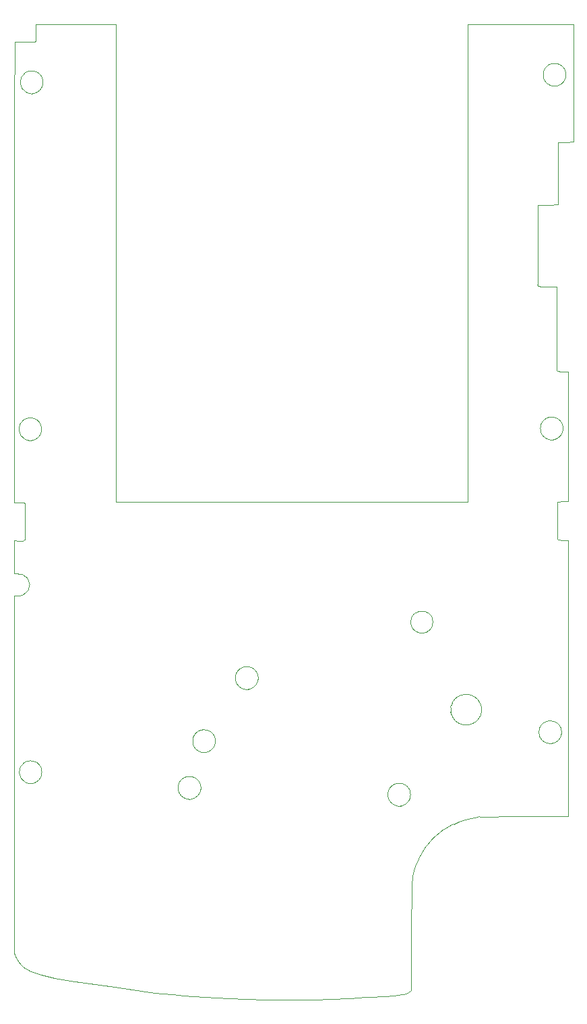
<source format=gbr>
%TF.GenerationSoftware,KiCad,Pcbnew,(5.1.9)-1*%
%TF.CreationDate,2021-03-20T17:22:00+11:00*%
%TF.ProjectId,GBC_motherboard,4742435f-6d6f-4746-9865-72626f617264,rev?*%
%TF.SameCoordinates,Original*%
%TF.FileFunction,Profile,NP*%
%FSLAX46Y46*%
G04 Gerber Fmt 4.6, Leading zero omitted, Abs format (unit mm)*
G04 Created by KiCad (PCBNEW (5.1.9)-1) date 2021-03-20 17:22:00*
%MOMM*%
%LPD*%
G01*
G04 APERTURE LIST*
%TA.AperFunction,Profile*%
%ADD10C,0.050000*%
%TD*%
%TA.AperFunction,Profile*%
%ADD11C,0.000400*%
%TD*%
G04 APERTURE END LIST*
D10*
X122224800Y-39116000D02*
X122224800Y-98552000D01*
X166420800Y-98552000D02*
X166420800Y-39116000D01*
X166420800Y-98552000D02*
X122224800Y-98552000D01*
X122224800Y-39116000D02*
X122224800Y-38653817D01*
X112177028Y-38653817D02*
X122224800Y-38653817D01*
X166420800Y-39116000D02*
X166420800Y-38618375D01*
X179664675Y-38618375D02*
X166420800Y-38618375D01*
D11*
%TO.C,REF\u002A\u002A*%
X157804500Y-136710375D02*
X157589839Y-136705357D01*
X158019160Y-136705357D02*
X157804500Y-136710375D01*
X131446750Y-135860125D02*
X131232089Y-135855107D01*
X131661410Y-135855107D02*
X131446750Y-135860125D01*
X132853179Y-134450500D02*
X132848437Y-134646741D01*
X132848437Y-134254260D02*
X132853179Y-134450500D01*
X111488250Y-133891125D02*
X111273589Y-133886107D01*
X111702910Y-133886107D02*
X111488250Y-133891125D01*
X133281500Y-129997875D02*
X133066839Y-129992857D01*
X133496160Y-129992857D02*
X133281500Y-129997875D01*
X134687929Y-128588250D02*
X134683187Y-128784491D01*
X134683187Y-128392010D02*
X134687929Y-128588250D01*
X176778500Y-128879125D02*
X176563839Y-128874107D01*
X176993160Y-128874107D02*
X176778500Y-128879125D01*
X178187250Y-127469500D02*
X178182518Y-127666817D01*
X178182518Y-127272184D02*
X178187250Y-127469500D01*
X164339993Y-124049601D02*
X164444671Y-123824081D01*
X164270875Y-124650250D02*
X164275519Y-124350514D01*
X164275519Y-124949987D02*
X164270875Y-124650250D01*
X164444671Y-125476420D02*
X164339993Y-125250900D01*
X164524701Y-125624468D02*
X164444671Y-125476420D01*
X164621524Y-125778539D02*
X164524701Y-125624468D01*
X164719812Y-125916383D02*
X164621524Y-125778539D01*
X168050256Y-125250900D02*
X167945578Y-125476420D01*
X168119375Y-124650250D02*
X168114730Y-124949987D01*
X168114730Y-124350514D02*
X168119375Y-124650250D01*
X167945578Y-123824081D02*
X168050256Y-124049601D01*
X167865548Y-123676033D02*
X167945578Y-123824081D01*
X167768725Y-123521962D02*
X167865548Y-123676033D01*
X167670437Y-123384118D02*
X167768725Y-123521962D01*
X138651500Y-122077125D02*
X138436839Y-122072107D01*
X138866160Y-122072107D02*
X138651500Y-122077125D01*
X140057929Y-120667500D02*
X140053187Y-120863741D01*
X140053187Y-120471260D02*
X140057929Y-120667500D01*
X161189537Y-112364530D02*
X161344842Y-112439825D01*
X160745005Y-112275026D02*
X160921098Y-112290728D01*
X160490444Y-112271534D02*
X160745005Y-112275026D01*
X159908428Y-112459690D02*
X160129454Y-112351379D01*
X160135086Y-114939589D02*
X159956787Y-114850709D01*
X160646125Y-115005492D02*
X160402249Y-115000591D01*
X160890000Y-115000591D02*
X160646125Y-115005492D01*
X161335462Y-114850709D02*
X161157163Y-114939589D01*
X111443500Y-90841625D02*
X111228839Y-90836607D01*
X111658160Y-90836607D02*
X111443500Y-90841625D01*
X176957500Y-90752125D02*
X176742839Y-90747107D01*
X177172160Y-90747107D02*
X176957500Y-90752125D01*
X178366250Y-89342500D02*
X178361518Y-89539817D01*
X178361518Y-89145184D02*
X178366250Y-89342500D01*
X111622500Y-47299875D02*
X111407839Y-47294857D01*
X111837160Y-47294857D02*
X111622500Y-47299875D01*
X177315500Y-46360125D02*
X177100839Y-46355107D01*
X177530160Y-46355107D02*
X177315500Y-46360125D01*
X178724250Y-44950500D02*
X178719518Y-45147817D01*
X178719518Y-44753184D02*
X178724250Y-44950500D01*
X179664875Y-46002125D02*
X179664875Y-38618375D01*
X179664875Y-53385875D02*
X179664875Y-46002125D01*
X178763410Y-53397975D02*
X179664875Y-53385875D01*
X178317037Y-53406667D02*
X178763410Y-53397975D01*
X178046266Y-53420284D02*
X178317037Y-53406667D01*
X177868541Y-53438587D02*
X178046266Y-53420284D01*
X177772385Y-54424059D02*
X177787148Y-53538309D01*
X177759935Y-55596104D02*
X177772385Y-54424059D01*
X177752062Y-57395285D02*
X177759935Y-55596104D01*
X177740625Y-61261875D02*
X177752062Y-57395285D01*
X176536062Y-61273808D02*
X177740625Y-61261875D01*
X176002943Y-61281943D02*
X176536062Y-61273808D01*
X175619801Y-61295196D02*
X176002943Y-61281943D01*
X175331221Y-61311599D02*
X175619801Y-61295196D01*
X175205456Y-66408099D02*
X175206608Y-61474124D01*
X175206546Y-71342076D02*
X175205456Y-66408099D01*
X175599665Y-71520886D02*
X175330057Y-71504341D01*
X175956433Y-71534232D02*
X175599665Y-71520886D01*
X176446498Y-71542390D02*
X175956433Y-71534232D01*
X177561625Y-71554375D02*
X176446498Y-71542390D01*
X177572998Y-76808139D02*
X177561625Y-71554375D01*
X177580831Y-79263112D02*
X177572998Y-76808139D01*
X177593184Y-80847510D02*
X177580831Y-79263112D01*
X177607696Y-82051090D02*
X177593184Y-80847510D01*
X177820528Y-82169516D02*
X177683901Y-82150417D01*
X178024439Y-82183674D02*
X177820528Y-82169516D01*
X178338070Y-82192518D02*
X178024439Y-82183674D01*
X178993625Y-82204875D02*
X178338070Y-82192518D01*
X178993625Y-90349375D02*
X178993625Y-82204875D01*
X178993625Y-98493875D02*
X178993625Y-90349375D01*
X178392451Y-98506419D02*
X178993625Y-98493875D01*
X178148781Y-98514789D02*
X178392451Y-98506419D01*
X177944094Y-98529201D02*
X178148781Y-98514789D01*
X177780352Y-98547067D02*
X177944094Y-98529201D01*
X177667315Y-100932770D02*
X177669582Y-98701225D01*
X177669627Y-103164314D02*
X177667315Y-100932770D01*
X177949241Y-103336437D02*
X177781076Y-103318660D01*
X178160560Y-103350765D02*
X177949241Y-103336437D01*
X178414874Y-103359122D02*
X178160560Y-103350765D01*
X179038375Y-103371625D02*
X178414874Y-103359122D01*
X179038375Y-120689875D02*
X179038375Y-103371625D01*
X179038375Y-138008125D02*
X179038375Y-120689875D01*
X173511750Y-138036456D02*
X179038375Y-138008125D01*
X171184395Y-138051257D02*
X173511750Y-138036456D01*
X169376125Y-138069675D02*
X171184395Y-138051257D01*
X167929623Y-138089881D02*
X169376125Y-138069675D01*
X166811386Y-138255542D02*
X167649500Y-138111358D01*
X166042765Y-138446128D02*
X166811386Y-138255542D01*
X165318154Y-138690346D02*
X166042765Y-138446128D01*
X164612349Y-138995445D02*
X165318154Y-138690346D01*
X159921825Y-144118092D02*
X160261959Y-143333375D01*
X159373201Y-146555375D02*
X159483494Y-145707168D01*
X159352450Y-146989576D02*
X159373201Y-146555375D01*
X159339020Y-148638815D02*
X159352450Y-146989576D01*
X159329569Y-150751936D02*
X159339020Y-148638815D01*
X159326461Y-153486326D02*
X159329569Y-150751936D01*
X159326000Y-159880277D02*
X159326461Y-153486326D01*
X159135466Y-160070811D02*
X159326000Y-159880277D01*
X156148750Y-160583279D02*
X157786529Y-160468440D01*
X155475066Y-160625468D02*
X156148750Y-160583279D01*
X154547259Y-160679897D02*
X155475066Y-160625468D01*
X153544431Y-160736495D02*
X154547259Y-160679897D01*
X152613500Y-160786715D02*
X153544431Y-160736495D01*
X151705432Y-160835172D02*
X152613500Y-160786715D01*
X150771757Y-160886427D02*
X151705432Y-160835172D01*
X149939289Y-160933349D02*
X150771757Y-160886427D01*
X149391500Y-160965959D02*
X149939289Y-160933349D01*
X148666573Y-160997655D02*
X149391500Y-160965959D01*
X147637997Y-161017092D02*
X148666573Y-160997655D01*
X146194055Y-161028169D02*
X147637997Y-161017092D01*
X144050227Y-161031561D02*
X146194055Y-161028169D01*
X140830751Y-161018467D02*
X144050227Y-161031561D01*
X138692144Y-160972034D02*
X140830751Y-161018467D01*
X136326804Y-160863224D02*
X138692144Y-160972034D01*
X131939000Y-160605301D02*
X136326804Y-160863224D01*
X130759338Y-160521922D02*
X131939000Y-160605301D01*
X129372397Y-160401585D02*
X130759338Y-160521922D01*
X128053099Y-160271049D02*
X129372397Y-160401585D01*
X127128375Y-160158380D02*
X128053099Y-160271049D01*
X125916352Y-159989348D02*
X127128375Y-160158380D01*
X122066960Y-159449645D02*
X125916352Y-159989348D01*
X118308238Y-158922310D02*
X122066960Y-159449645D01*
X116455500Y-158661592D02*
X118308238Y-158922310D01*
X114484281Y-158332788D02*
X116455500Y-158661592D01*
X112830356Y-157943654D02*
X114484281Y-158332788D01*
X109418736Y-151954461D02*
X109432940Y-154912164D01*
X109409031Y-146925735D02*
X109418736Y-151954461D01*
X109407375Y-132682875D02*
X109409031Y-146925735D01*
X109407375Y-110352625D02*
X109407375Y-132682875D01*
X109899625Y-110327643D02*
X109407375Y-110352625D01*
X110141944Y-110310953D02*
X109899625Y-110327643D01*
X110326311Y-110287521D02*
X110141944Y-110310953D01*
X110161428Y-107603708D02*
X110325498Y-107633147D01*
X109981007Y-107578628D02*
X110161428Y-107603708D01*
X109810125Y-107562321D02*
X109981007Y-107578628D01*
X109407375Y-107533375D02*
X109810125Y-107562321D01*
X109407375Y-105474875D02*
X109407375Y-107533375D01*
X109407375Y-103416375D02*
X109407375Y-105474875D01*
X110023201Y-103432615D02*
X109407375Y-103416375D01*
X110316522Y-103437410D02*
X110023201Y-103432615D01*
X110512824Y-103432420D02*
X110316522Y-103437410D01*
X110646703Y-103419480D02*
X110512824Y-103432420D01*
X110760467Y-102942368D02*
X110745157Y-103314986D01*
X110770112Y-102333327D02*
X110760467Y-102942368D01*
X110772250Y-101044625D02*
X110770112Y-102333327D01*
X110769927Y-99844898D02*
X110772250Y-101044625D01*
X110760536Y-99197455D02*
X110769927Y-99844898D01*
X110746746Y-98769692D02*
X110760536Y-99197455D01*
X110501655Y-98663451D02*
X110665397Y-98681317D01*
X110296968Y-98649039D02*
X110501655Y-98663451D01*
X110053298Y-98640669D02*
X110296968Y-98649039D01*
X109452125Y-98628125D02*
X110053298Y-98640669D01*
X109441964Y-78020750D02*
X109452125Y-98628125D01*
X109440463Y-69524019D02*
X109441964Y-78020750D01*
X109444345Y-61034909D02*
X109440463Y-69524019D01*
X109452375Y-53628781D02*
X109444345Y-61034909D01*
X109464339Y-49134625D02*
X109452375Y-53628781D01*
X109496875Y-40855875D02*
X109464339Y-49134625D01*
X110768519Y-40843978D02*
X109496875Y-40855875D01*
X111333951Y-40835859D02*
X110768519Y-40843978D01*
X111736864Y-40822666D02*
X111333951Y-40835859D01*
X112039738Y-40806361D02*
X111736864Y-40822666D01*
X112147136Y-40528080D02*
X112131350Y-40723775D01*
X112156947Y-40223585D02*
X112147136Y-40528080D01*
X112159500Y-39694354D02*
X112156947Y-40223585D01*
X112161653Y-39294024D02*
X112159500Y-39694354D01*
X112168272Y-38952009D02*
X112161653Y-39294024D01*
X112177228Y-38653817D02*
X112168272Y-38952009D01*
X112131350Y-40723775D02*
G75*
G02*
X112099832Y-40782562I-88102J9392D01*
G01*
X112099832Y-40782562D02*
G75*
G02*
X112039738Y-40806361I-66488J80114D01*
G01*
X110665397Y-98681317D02*
G75*
G02*
X110713361Y-98702086I-11586J-92523D01*
G01*
X110713362Y-98702086D02*
G75*
G02*
X110746746Y-98769692I-59129J-71245D01*
G01*
X110745157Y-103314987D02*
G75*
G02*
X110705639Y-103393574I-109638J5903D01*
G01*
X110705639Y-103393573D02*
G75*
G02*
X110646703Y-103419480I-74757J90076D01*
G01*
X110325498Y-107633147D02*
G75*
G02*
X110440489Y-107662567I-219272J-1096479D01*
G01*
X110440489Y-107662566D02*
G75*
G02*
X111102295Y-108123682I-401514J-1281743D01*
G01*
X111102295Y-108123682D02*
G75*
G02*
X111388021Y-108885039I-1095390J-845376D01*
G01*
X111388021Y-108885039D02*
G75*
G02*
X111196566Y-109674727I-1378450J-83856D01*
G01*
X111196566Y-109674726D02*
G75*
G02*
X110595523Y-110211039I-1149974J683819D01*
G01*
X110595523Y-110211039D02*
G75*
G02*
X110472778Y-110255215I-346547J770285D01*
G01*
X110472778Y-110255215D02*
G75*
G02*
X110326311Y-110287521I-389207J1416393D01*
G01*
X109489334Y-155278687D02*
G75*
G02*
X109432940Y-154912164I1212138J374104D01*
G01*
X109688640Y-155770011D02*
G75*
G02*
X109489335Y-155278687I2749473J1401410D01*
G01*
X109984725Y-156266244D02*
G75*
G02*
X109688641Y-155770011I3572857J2468236D01*
G01*
X110341479Y-156715154D02*
G75*
G02*
X109984725Y-156266245I3168431J2884211D01*
G01*
X110722802Y-157064176D02*
G75*
G02*
X110341479Y-156715154I1719196J2261120D01*
G01*
X111533642Y-157515603D02*
G75*
G02*
X110722802Y-157064176I1172573J3060059D01*
G01*
X112830356Y-157943654D02*
G75*
G02*
X111533642Y-157515603I3893773J13973690D01*
G01*
X158459398Y-160385748D02*
G75*
G02*
X157786529Y-160468440I-1203531J7014288D01*
G01*
X158845882Y-160269195D02*
G75*
G02*
X158459398Y-160385748I-664756J1505240D01*
G01*
X159135466Y-160070810D02*
G75*
G02*
X158845882Y-160269195I-675527J675526D01*
G01*
X159483494Y-145707168D02*
G75*
G02*
X159664295Y-144902032I8426843J-1469457D01*
G01*
X159664295Y-144902032D02*
G75*
G02*
X159921825Y-144118092I8245409J-2274416D01*
G01*
X160261959Y-143333376D02*
G75*
G02*
X161070221Y-141957453I9119279J-4431599D01*
G01*
X161070222Y-141957453D02*
G75*
G02*
X162057040Y-140781971I7119890J-4975199D01*
G01*
X162057040Y-140781971D02*
G75*
G02*
X163235041Y-139798841I6129263J-6146862D01*
G01*
X163235041Y-139798841D02*
G75*
G02*
X164612349Y-138995445I5767956J-8306042D01*
G01*
X167649499Y-138111358D02*
G75*
G02*
X167929623Y-138089881I314850J-2268994D01*
G01*
X177781075Y-103318661D02*
G75*
G02*
X177732436Y-103297705I11322J93205D01*
G01*
X177732437Y-103297705D02*
G75*
G02*
X177669627Y-103164314I111002J133750D01*
G01*
X177669581Y-98701226D02*
G75*
G02*
X177732388Y-98567836I173805J-354D01*
G01*
X177732388Y-98567836D02*
G75*
G02*
X177780352Y-98547067I59550J-71754D01*
G01*
X177683901Y-82150417D02*
G75*
G02*
X177633443Y-82121031I14936J83658D01*
G01*
X177633443Y-82121031D02*
G75*
G02*
X177607696Y-82051090I85989J71364D01*
G01*
X175330057Y-71504341D02*
G75*
G02*
X175271810Y-71480973I7204J102231D01*
G01*
X175271811Y-71480973D02*
G75*
G02*
X175206546Y-71342076I115341J138978D01*
G01*
X175206608Y-61474124D02*
G75*
G02*
X175271874Y-61335225I180612J-83D01*
G01*
X175271874Y-61335225D02*
G75*
G02*
X175331221Y-61311599I66068J-79607D01*
G01*
X177787148Y-53538310D02*
G75*
G02*
X177812722Y-53469384I111017J-1984D01*
G01*
X177812722Y-53469384D02*
G75*
G02*
X177868541Y-53438587I67156J-55734D01*
G01*
X177966902Y-43674402D02*
G75*
G02*
X178166174Y-43796487I-543303J-1110473D01*
G01*
X178166175Y-43796487D02*
G75*
G02*
X178350987Y-43960142I-922844J-1228330D01*
G01*
X178350987Y-43960142D02*
G75*
G02*
X178509132Y-44153312I-1131958J-1088035D01*
G01*
X178509132Y-44153313D02*
G75*
G02*
X178629042Y-44363273I-1136205J-788114D01*
G01*
X178629041Y-44363273D02*
G75*
G02*
X178675322Y-44483954I-901513J-414940D01*
G01*
X178675323Y-44483953D02*
G75*
G02*
X178704179Y-44606707I-859082J-266717D01*
G01*
X178704178Y-44606707D02*
G75*
G02*
X178719518Y-44753184I-1289760J-209111D01*
G01*
X178719519Y-45147817D02*
G75*
G02*
X178704179Y-45294294I-1305101J62634D01*
G01*
X178704178Y-45294294D02*
G75*
G02*
X178675322Y-45417047I-887937J143963D01*
G01*
X178675323Y-45417047D02*
G75*
G02*
X178629042Y-45537728I-947795J294259D01*
G01*
X178629042Y-45537728D02*
G75*
G02*
X178507329Y-45750459I-1262007J580865D01*
G01*
X178507330Y-45750459D02*
G75*
G02*
X178347432Y-45944149I-1256725J874625D01*
G01*
X178347432Y-45944148D02*
G75*
G02*
X178158175Y-46108932I-1094903J1066440D01*
G01*
X178158175Y-46108932D02*
G75*
G02*
X177949184Y-46235730I-816123J1109519D01*
G01*
X177949184Y-46235731D02*
G75*
G02*
X177798504Y-46301635I-820769J1671358D01*
G01*
X177798504Y-46301635D02*
G75*
G02*
X177673099Y-46337829I-269840J699582D01*
G01*
X177673099Y-46337829D02*
G75*
G02*
X177530160Y-46355107I-188721J961364D01*
G01*
X177100839Y-46355107D02*
G75*
G02*
X176957900Y-46337829I45782J978642D01*
G01*
X176957900Y-46337829D02*
G75*
G02*
X176832495Y-46301635I144435J735776D01*
G01*
X176832495Y-46301634D02*
G75*
G02*
X176681815Y-46235730I670089J1737261D01*
G01*
X176681815Y-46235730D02*
G75*
G02*
X176472416Y-46108659I607752J1237581D01*
G01*
X176472415Y-46108659D02*
G75*
G02*
X176283063Y-45943621I903005J1227183D01*
G01*
X176283063Y-45943621D02*
G75*
G02*
X176123617Y-45749940I1089656J1059521D01*
G01*
X176123618Y-45749940D02*
G75*
G02*
X176003118Y-45537728I1119451J775971D01*
G01*
X176003118Y-45537727D02*
G75*
G02*
X175928274Y-45283422I861627J391748D01*
G01*
X175928273Y-45283423D02*
G75*
G02*
X175903842Y-44951480I2280697J334732D01*
G01*
X175903843Y-44951479D02*
G75*
G02*
X175927451Y-44619809I2302451J2787D01*
G01*
X175927450Y-44619809D02*
G75*
G02*
X176001700Y-44366477I924543J-133429D01*
G01*
X176001701Y-44366477D02*
G75*
G02*
X176161138Y-44095316I1370515J-623385D01*
G01*
X176161138Y-44095316D02*
G75*
G02*
X176371299Y-43867794I1139226J-841474D01*
G01*
X176371299Y-43867795D02*
G75*
G02*
X176624365Y-43692759I916231J-1054228D01*
G01*
X176624365Y-43692759D02*
G75*
G02*
X176910537Y-43576607I672972J-1247440D01*
G01*
X176910537Y-43576607D02*
G75*
G02*
X177156895Y-43535526I307181J-1082902D01*
G01*
X177156895Y-43535526D02*
G75*
G02*
X177444540Y-43541028I106300J-1964371D01*
G01*
X177444540Y-43541028D02*
G75*
G02*
X177729261Y-43588542I-182315J-1969325D01*
G01*
X177729261Y-43588542D02*
G75*
G02*
X177966902Y-43674402I-275996J-1135698D01*
G01*
X112273902Y-44614152D02*
G75*
G02*
X112473579Y-44736509I-543931J-1111758D01*
G01*
X112473579Y-44736510D02*
G75*
G02*
X112658477Y-44900414I-919905J-1223974D01*
G01*
X112658478Y-44900414D02*
G75*
G02*
X112816169Y-45093574I-1124452J-1078923D01*
G01*
X112816168Y-45093574D02*
G75*
G02*
X112934881Y-45303023I-1115337J-770525D01*
G01*
X112934881Y-45303023D02*
G75*
G02*
X113010010Y-45558234I-865102J-393329D01*
G01*
X113010010Y-45558234D02*
G75*
G02*
X113034266Y-45890250I-2260174J-332017D01*
G01*
X113034266Y-45890251D02*
G75*
G02*
X113010010Y-46222267I-2284430J1D01*
G01*
X113010010Y-46222267D02*
G75*
G02*
X112934881Y-46477478I-940231J138118D01*
G01*
X112934881Y-46477478D02*
G75*
G02*
X112814382Y-46689690I-1239951J563759D01*
G01*
X112814382Y-46689690D02*
G75*
G02*
X112654936Y-46883371I-1249102J865840D01*
G01*
X112654935Y-46883371D02*
G75*
G02*
X112465583Y-47048409I-1092356J1062145D01*
G01*
X112465583Y-47048409D02*
G75*
G02*
X112256184Y-47175480I-817151J1110510D01*
G01*
X112256184Y-47175481D02*
G75*
G02*
X112105504Y-47241385I-820769J1671358D01*
G01*
X112105504Y-47241385D02*
G75*
G02*
X111980099Y-47277579I-269840J699582D01*
G01*
X111980099Y-47277579D02*
G75*
G02*
X111837160Y-47294857I-188721J961364D01*
G01*
X111407839Y-47294857D02*
G75*
G02*
X111264900Y-47277579I45782J978642D01*
G01*
X111264900Y-47277579D02*
G75*
G02*
X111139495Y-47241385I144435J735776D01*
G01*
X111139495Y-47241384D02*
G75*
G02*
X110988815Y-47175480I670089J1737261D01*
G01*
X110988815Y-47175480D02*
G75*
G02*
X110439777Y-46694456I618872J1260223D01*
G01*
X110439776Y-46694455D02*
G75*
G02*
X110200044Y-45998303I1206157J804715D01*
G01*
X110200044Y-45998303D02*
G75*
G02*
X110332859Y-45272509I1453245J109116D01*
G01*
X110332859Y-45272510D02*
G75*
G02*
X110803745Y-44710666I1288797J-601903D01*
G01*
X110803745Y-44710665D02*
G75*
G02*
X111130678Y-44548258I695118J-989035D01*
G01*
X111130678Y-44548258D02*
G75*
G02*
X111516849Y-44474983I491991J-1538633D01*
G01*
X111516849Y-44474983D02*
G75*
G02*
X111914166Y-44496838I108417J-1651476D01*
G01*
X111914166Y-44496839D02*
G75*
G02*
X112273902Y-44614152I-237039J-1337078D01*
G01*
X177608902Y-88066402D02*
G75*
G02*
X177808174Y-88188487I-543303J-1110473D01*
G01*
X177808175Y-88188487D02*
G75*
G02*
X177992987Y-88352142I-922844J-1228330D01*
G01*
X177992987Y-88352142D02*
G75*
G02*
X178151132Y-88545312I-1131958J-1088035D01*
G01*
X178151132Y-88545313D02*
G75*
G02*
X178271042Y-88755273I-1136205J-788114D01*
G01*
X178271041Y-88755273D02*
G75*
G02*
X178317322Y-88875954I-901513J-414940D01*
G01*
X178317323Y-88875953D02*
G75*
G02*
X178346179Y-88998707I-859082J-266717D01*
G01*
X178346178Y-88998707D02*
G75*
G02*
X178361518Y-89145184I-1289760J-209111D01*
G01*
X178361519Y-89539817D02*
G75*
G02*
X178346179Y-89686294I-1305101J62634D01*
G01*
X178346178Y-89686294D02*
G75*
G02*
X178317322Y-89809047I-887937J143963D01*
G01*
X178317323Y-89809047D02*
G75*
G02*
X178271042Y-89929728I-947795J294259D01*
G01*
X178271042Y-89929728D02*
G75*
G02*
X178149329Y-90142459I-1262007J580865D01*
G01*
X178149330Y-90142459D02*
G75*
G02*
X177989432Y-90336149I-1256725J874625D01*
G01*
X177989432Y-90336148D02*
G75*
G02*
X177800175Y-90500932I-1094903J1066440D01*
G01*
X177800175Y-90500932D02*
G75*
G02*
X177591184Y-90627730I-816123J1109519D01*
G01*
X177591184Y-90627731D02*
G75*
G02*
X177440504Y-90693635I-820769J1671358D01*
G01*
X177440504Y-90693635D02*
G75*
G02*
X177315099Y-90729829I-269840J699582D01*
G01*
X177315099Y-90729829D02*
G75*
G02*
X177172160Y-90747107I-188721J961364D01*
G01*
X176742839Y-90747107D02*
G75*
G02*
X176599900Y-90729829I45782J978642D01*
G01*
X176599900Y-90729829D02*
G75*
G02*
X176474495Y-90693635I144435J735776D01*
G01*
X176474495Y-90693634D02*
G75*
G02*
X176323815Y-90627730I670089J1737261D01*
G01*
X176323815Y-90627730D02*
G75*
G02*
X176114416Y-90500659I607752J1237581D01*
G01*
X176114415Y-90500659D02*
G75*
G02*
X175925063Y-90335621I903005J1227183D01*
G01*
X175925063Y-90335621D02*
G75*
G02*
X175765617Y-90141940I1089656J1059521D01*
G01*
X175765618Y-90141940D02*
G75*
G02*
X175645118Y-89929728I1119451J775971D01*
G01*
X175645118Y-89929727D02*
G75*
G02*
X175570274Y-89675422I861627J391748D01*
G01*
X175570273Y-89675423D02*
G75*
G02*
X175545842Y-89343480I2280697J334732D01*
G01*
X175545843Y-89343479D02*
G75*
G02*
X175569451Y-89011809I2302451J2787D01*
G01*
X175569450Y-89011809D02*
G75*
G02*
X175643700Y-88758477I924543J-133429D01*
G01*
X175643701Y-88758477D02*
G75*
G02*
X175803138Y-88487316I1370515J-623385D01*
G01*
X175803138Y-88487316D02*
G75*
G02*
X176013299Y-88259794I1139226J-841474D01*
G01*
X176013299Y-88259795D02*
G75*
G02*
X176266365Y-88084759I916231J-1054228D01*
G01*
X176266365Y-88084759D02*
G75*
G02*
X176552537Y-87968607I672972J-1247440D01*
G01*
X176552537Y-87968607D02*
G75*
G02*
X176798895Y-87927526I307181J-1082902D01*
G01*
X176798895Y-87927526D02*
G75*
G02*
X177086540Y-87933028I106300J-1964371D01*
G01*
X177086540Y-87933028D02*
G75*
G02*
X177371261Y-87980542I-182315J-1969325D01*
G01*
X177371261Y-87980542D02*
G75*
G02*
X177608902Y-88066402I-275996J-1135698D01*
G01*
X112094902Y-88155902D02*
G75*
G02*
X112294579Y-88278259I-543931J-1111758D01*
G01*
X112294579Y-88278260D02*
G75*
G02*
X112479477Y-88442164I-919905J-1223974D01*
G01*
X112479478Y-88442164D02*
G75*
G02*
X112637169Y-88635324I-1124452J-1078923D01*
G01*
X112637168Y-88635324D02*
G75*
G02*
X112755881Y-88844773I-1115337J-770525D01*
G01*
X112755881Y-88844773D02*
G75*
G02*
X112831010Y-89099984I-865102J-393329D01*
G01*
X112831010Y-89099984D02*
G75*
G02*
X112855266Y-89432000I-2260174J-332017D01*
G01*
X112855266Y-89432001D02*
G75*
G02*
X112831010Y-89764017I-2284430J1D01*
G01*
X112831010Y-89764017D02*
G75*
G02*
X112755881Y-90019228I-940231J138118D01*
G01*
X112755881Y-90019228D02*
G75*
G02*
X112635382Y-90231440I-1239951J563759D01*
G01*
X112635382Y-90231440D02*
G75*
G02*
X112475936Y-90425121I-1249102J865840D01*
G01*
X112475935Y-90425121D02*
G75*
G02*
X112286583Y-90590159I-1092356J1062145D01*
G01*
X112286583Y-90590159D02*
G75*
G02*
X112077184Y-90717230I-817151J1110510D01*
G01*
X112077184Y-90717231D02*
G75*
G02*
X111926504Y-90783135I-820769J1671358D01*
G01*
X111926504Y-90783135D02*
G75*
G02*
X111801099Y-90819329I-269840J699582D01*
G01*
X111801099Y-90819329D02*
G75*
G02*
X111658160Y-90836607I-188721J961364D01*
G01*
X111228839Y-90836607D02*
G75*
G02*
X111085900Y-90819329I45782J978642D01*
G01*
X111085900Y-90819329D02*
G75*
G02*
X110960495Y-90783135I144435J735776D01*
G01*
X110960495Y-90783134D02*
G75*
G02*
X110809815Y-90717230I670089J1737261D01*
G01*
X110809815Y-90717230D02*
G75*
G02*
X110260777Y-90236206I618872J1260223D01*
G01*
X110260776Y-90236205D02*
G75*
G02*
X110021044Y-89540053I1206157J804715D01*
G01*
X110021044Y-89540053D02*
G75*
G02*
X110153859Y-88814259I1453245J109116D01*
G01*
X110153859Y-88814260D02*
G75*
G02*
X110624745Y-88252416I1288797J-601903D01*
G01*
X110624745Y-88252415D02*
G75*
G02*
X110951678Y-88090008I695118J-989035D01*
G01*
X110951678Y-88090008D02*
G75*
G02*
X111337849Y-88016733I491991J-1538633D01*
G01*
X111337849Y-88016733D02*
G75*
G02*
X111735166Y-88038588I108417J-1651476D01*
G01*
X111735166Y-88038589D02*
G75*
G02*
X112094902Y-88155902I-237039J-1337078D01*
G01*
X161344842Y-112439825D02*
G75*
G02*
X161650892Y-112653883I-729817J-1369277D01*
G01*
X161650892Y-112653882D02*
G75*
G02*
X161862583Y-112916919I-698094J-778528D01*
G01*
X161862583Y-112916920D02*
G75*
G02*
X161984964Y-113242280I-974964J-552419D01*
G01*
X161984964Y-113242279D02*
G75*
G02*
X162025860Y-113641750I-1930572J-399470D01*
G01*
X162025859Y-113641751D02*
G75*
G02*
X161984820Y-114042725I-1979384J1D01*
G01*
X161984821Y-114042725D02*
G75*
G02*
X161861916Y-114367838I-1085379J224526D01*
G01*
X161861916Y-114367838D02*
G75*
G02*
X161647830Y-114631867I-912572J521140D01*
G01*
X161647830Y-114631867D02*
G75*
G02*
X161335462Y-114850709I-1095903J1231906D01*
G01*
X161157163Y-114939588D02*
G75*
G02*
X161031277Y-114982044I-265535J579486D01*
G01*
X161031277Y-114982045D02*
G75*
G02*
X160890000Y-115000591I-173003J770479D01*
G01*
X160402249Y-115000590D02*
G75*
G02*
X160260972Y-114982044I31726J789024D01*
G01*
X160260972Y-114982045D02*
G75*
G02*
X160135086Y-114939589I139649J621943D01*
G01*
X159956788Y-114850708D02*
G75*
G02*
X159644419Y-114631867I783534J1450747D01*
G01*
X159644419Y-114631868D02*
G75*
G02*
X159430333Y-114367838I698486J785170D01*
G01*
X159430334Y-114367838D02*
G75*
G02*
X159307429Y-114042725I962473J549639D01*
G01*
X159307428Y-114042724D02*
G75*
G02*
X159266389Y-113641750I1938346J400974D01*
G01*
X159266390Y-113641750D02*
G75*
G02*
X159306195Y-113252673I1921434J-2D01*
G01*
X159306194Y-113252673D02*
G75*
G02*
X159424895Y-112928234I1156183J-239073D01*
G01*
X159424895Y-112928235D02*
G75*
G02*
X159625808Y-112665722I936745J-508794D01*
G01*
X159625809Y-112665722D02*
G75*
G02*
X159908428Y-112459690I917586J-961824D01*
G01*
X160129454Y-112351379D02*
G75*
G02*
X160304914Y-112294152I378705J-863528D01*
G01*
X160304914Y-112294152D02*
G75*
G02*
X160490444Y-112271534I210272J-952585D01*
G01*
X160921098Y-112290729D02*
G75*
G02*
X161058586Y-112318112I-122354J-973162D01*
G01*
X161058586Y-112318112D02*
G75*
G02*
X161189537Y-112364530I-253972J-924411D01*
G01*
X139302902Y-119391402D02*
G75*
G02*
X139502579Y-119513759I-543931J-1111758D01*
G01*
X139502579Y-119513760D02*
G75*
G02*
X139687477Y-119677664I-919905J-1223974D01*
G01*
X139687478Y-119677664D02*
G75*
G02*
X139845169Y-119870824I-1124452J-1078923D01*
G01*
X139845168Y-119870824D02*
G75*
G02*
X139963881Y-120080273I-1115337J-770525D01*
G01*
X139963882Y-120080273D02*
G75*
G02*
X140009334Y-120200591I-894015J-406474D01*
G01*
X140009333Y-120200591D02*
G75*
G02*
X140037892Y-120324096I-886740J-270096D01*
G01*
X140037892Y-120324096D02*
G75*
G02*
X140053187Y-120471260I-1322946J-211877D01*
G01*
X140053187Y-120863741D02*
G75*
G02*
X140037892Y-121010905I-1338241J64713D01*
G01*
X140037893Y-121010905D02*
G75*
G02*
X140009334Y-121134410I-915300J146591D01*
G01*
X140009334Y-121134411D02*
G75*
G02*
X139963881Y-121254728I-939467J286157D01*
G01*
X139963881Y-121254728D02*
G75*
G02*
X139843382Y-121466940I-1239951J563759D01*
G01*
X139843382Y-121466940D02*
G75*
G02*
X139683936Y-121660621I-1249102J865840D01*
G01*
X139683935Y-121660621D02*
G75*
G02*
X139494583Y-121825659I-1092356J1062145D01*
G01*
X139494583Y-121825659D02*
G75*
G02*
X139285184Y-121952730I-817151J1110510D01*
G01*
X139285184Y-121952731D02*
G75*
G02*
X139134504Y-122018635I-820769J1671358D01*
G01*
X139134504Y-122018635D02*
G75*
G02*
X139009099Y-122054829I-269840J699582D01*
G01*
X139009099Y-122054829D02*
G75*
G02*
X138866160Y-122072107I-188721J961364D01*
G01*
X138436839Y-122072107D02*
G75*
G02*
X138293900Y-122054829I45782J978642D01*
G01*
X138293900Y-122054829D02*
G75*
G02*
X138168495Y-122018635I144435J735776D01*
G01*
X138168495Y-122018634D02*
G75*
G02*
X138017815Y-121952730I670089J1737261D01*
G01*
X138017815Y-121952730D02*
G75*
G02*
X137808416Y-121825659I607752J1237581D01*
G01*
X137808415Y-121825659D02*
G75*
G02*
X137619063Y-121660621I903005J1227183D01*
G01*
X137619063Y-121660621D02*
G75*
G02*
X137459617Y-121466940I1089656J1059521D01*
G01*
X137459618Y-121466940D02*
G75*
G02*
X137339118Y-121254728I1119451J775971D01*
G01*
X137339118Y-121254727D02*
G75*
G02*
X137264274Y-121000422I861627J391748D01*
G01*
X137264273Y-121000423D02*
G75*
G02*
X137239842Y-120668480I2280697J334732D01*
G01*
X137239843Y-120668479D02*
G75*
G02*
X137263451Y-120336809I2302451J2787D01*
G01*
X137263450Y-120336809D02*
G75*
G02*
X137337700Y-120083477I924543J-133429D01*
G01*
X137337701Y-120083477D02*
G75*
G02*
X137497138Y-119812316I1370515J-623385D01*
G01*
X137497138Y-119812316D02*
G75*
G02*
X137707299Y-119584794I1139226J-841474D01*
G01*
X137707299Y-119584795D02*
G75*
G02*
X137960365Y-119409759I916231J-1054228D01*
G01*
X137960365Y-119409759D02*
G75*
G02*
X138246537Y-119293607I672972J-1247440D01*
G01*
X138246537Y-119293607D02*
G75*
G02*
X138492895Y-119252526I307181J-1082902D01*
G01*
X138492895Y-119252526D02*
G75*
G02*
X138780540Y-119258028I106300J-1964371D01*
G01*
X138780540Y-119258028D02*
G75*
G02*
X139065261Y-119305542I-182315J-1969325D01*
G01*
X139065261Y-119305542D02*
G75*
G02*
X139302902Y-119391402I-275996J-1135698D01*
G01*
X166629234Y-122775615D02*
G75*
G02*
X166876135Y-122849638I-310743J-1485240D01*
G01*
X166876135Y-122849638D02*
G75*
G02*
X167142290Y-122973065I-931561J-2357477D01*
G01*
X167142290Y-122973065D02*
G75*
G02*
X167391657Y-123125995I-1192253J-2223855D01*
G01*
X167391657Y-123125995D02*
G75*
G02*
X167587578Y-123289401I-838405J-1204388D01*
G01*
X167587578Y-123289401D02*
G75*
G02*
X167670437Y-123384118I-635143J-639231D01*
G01*
X168050257Y-124049600D02*
G75*
G02*
X168095799Y-124192400I-679032J-295224D01*
G01*
X168095799Y-124192401D02*
G75*
G02*
X168114730Y-124350514I-884780J-186126D01*
G01*
X168114730Y-124949988D02*
G75*
G02*
X168095799Y-125108101I-903711J28014D01*
G01*
X168095798Y-125108100D02*
G75*
G02*
X168050256Y-125250900I-724573J152423D01*
G01*
X167945578Y-125476420D02*
G75*
G02*
X167782878Y-125759970I-2368356J1170504D01*
G01*
X167782878Y-125759970D02*
G75*
G02*
X167601884Y-125988485I-1400047J922965D01*
G01*
X167601883Y-125988485D02*
G75*
G02*
X167390009Y-126175591I-1136893J1073875D01*
G01*
X167390010Y-126175590D02*
G75*
G02*
X167134875Y-126334698I-1182110J1611446D01*
G01*
X167134874Y-126334699D02*
G75*
G02*
X166537031Y-126537075I-942689J1800579D01*
G01*
X166537031Y-126537075D02*
G75*
G02*
X165903549Y-126547409I-349988J2032836D01*
G01*
X165903550Y-126547409D02*
G75*
G02*
X165303560Y-126365769I277093J1997043D01*
G01*
X165303560Y-126365769D02*
G75*
G02*
X164802671Y-126011100I807594J1671572D01*
G01*
X164802671Y-126011100D02*
G75*
G02*
X164719812Y-125916383I635143J639231D01*
G01*
X164339992Y-125250901D02*
G75*
G02*
X164294450Y-125108101I679032J295224D01*
G01*
X164294450Y-125108100D02*
G75*
G02*
X164275519Y-124949987I884780J186126D01*
G01*
X164275519Y-124350513D02*
G75*
G02*
X164294450Y-124192400I903711J-28014D01*
G01*
X164294451Y-124192401D02*
G75*
G02*
X164339993Y-124049601I724573J-152423D01*
G01*
X164444670Y-123824080D02*
G75*
G02*
X164604129Y-123545823I2344422J-1158676D01*
G01*
X164604129Y-123545823D02*
G75*
G02*
X164782737Y-123318031I1454625J-956628D01*
G01*
X164782736Y-123318031D02*
G75*
G02*
X164989565Y-123130872I1175178J-1090817D01*
G01*
X164989566Y-123130872D02*
G75*
G02*
X165233352Y-122974406I1125108J-1484858D01*
G01*
X165233351Y-122974405D02*
G75*
G02*
X165564526Y-122831874I988807J-1841499D01*
G01*
X165564526Y-122831874D02*
G75*
G02*
X165911577Y-122750335I628844J-1897179D01*
G01*
X165911577Y-122750335D02*
G75*
G02*
X166268561Y-122731603I283410J-1990069D01*
G01*
X166268560Y-122731603D02*
G75*
G02*
X166629234Y-122775615I-78493J-2143090D01*
G01*
X177429902Y-126193402D02*
G75*
G02*
X177629174Y-126315487I-543303J-1110473D01*
G01*
X177629175Y-126315487D02*
G75*
G02*
X177813987Y-126479142I-922844J-1228330D01*
G01*
X177813987Y-126479142D02*
G75*
G02*
X177972132Y-126672312I-1131958J-1088035D01*
G01*
X177972132Y-126672313D02*
G75*
G02*
X178092042Y-126882273I-1136205J-788114D01*
G01*
X178092041Y-126882273D02*
G75*
G02*
X178138322Y-127002954I-901513J-414940D01*
G01*
X178138323Y-127002953D02*
G75*
G02*
X178167179Y-127125707I-859082J-266717D01*
G01*
X178167178Y-127125707D02*
G75*
G02*
X178182518Y-127272184I-1289760J-209111D01*
G01*
X178182519Y-127666817D02*
G75*
G02*
X178167179Y-127813294I-1305101J62634D01*
G01*
X178167178Y-127813294D02*
G75*
G02*
X178138322Y-127936047I-887937J143963D01*
G01*
X178138323Y-127936047D02*
G75*
G02*
X178092042Y-128056728I-947795J294259D01*
G01*
X178092042Y-128056728D02*
G75*
G02*
X177970329Y-128269459I-1262007J580865D01*
G01*
X177970330Y-128269459D02*
G75*
G02*
X177810432Y-128463149I-1256725J874625D01*
G01*
X177810432Y-128463148D02*
G75*
G02*
X177621175Y-128627932I-1094903J1066440D01*
G01*
X177621175Y-128627932D02*
G75*
G02*
X177412184Y-128754730I-816123J1109519D01*
G01*
X177412184Y-128754731D02*
G75*
G02*
X177261504Y-128820635I-820769J1671358D01*
G01*
X177261504Y-128820635D02*
G75*
G02*
X177136099Y-128856829I-269840J699582D01*
G01*
X177136099Y-128856829D02*
G75*
G02*
X176993160Y-128874107I-188721J961364D01*
G01*
X176563839Y-128874107D02*
G75*
G02*
X176420900Y-128856829I45782J978642D01*
G01*
X176420900Y-128856829D02*
G75*
G02*
X176295495Y-128820635I144435J735776D01*
G01*
X176295495Y-128820634D02*
G75*
G02*
X176144815Y-128754730I670089J1737261D01*
G01*
X176144815Y-128754730D02*
G75*
G02*
X175935416Y-128627659I607752J1237581D01*
G01*
X175935415Y-128627659D02*
G75*
G02*
X175746063Y-128462621I903005J1227183D01*
G01*
X175746063Y-128462621D02*
G75*
G02*
X175586617Y-128268940I1089656J1059521D01*
G01*
X175586618Y-128268940D02*
G75*
G02*
X175466118Y-128056728I1119451J775971D01*
G01*
X175466118Y-128056727D02*
G75*
G02*
X175391274Y-127802422I861627J391748D01*
G01*
X175391273Y-127802423D02*
G75*
G02*
X175366842Y-127470480I2280697J334732D01*
G01*
X175366843Y-127470479D02*
G75*
G02*
X175390451Y-127138809I2302451J2787D01*
G01*
X175390450Y-127138809D02*
G75*
G02*
X175464700Y-126885477I924543J-133429D01*
G01*
X175464701Y-126885477D02*
G75*
G02*
X175624138Y-126614316I1370515J-623385D01*
G01*
X175624138Y-126614316D02*
G75*
G02*
X175834299Y-126386794I1139226J-841474D01*
G01*
X175834299Y-126386795D02*
G75*
G02*
X176087365Y-126211759I916231J-1054228D01*
G01*
X176087365Y-126211759D02*
G75*
G02*
X176373537Y-126095607I672972J-1247440D01*
G01*
X176373537Y-126095607D02*
G75*
G02*
X176619895Y-126054526I307181J-1082902D01*
G01*
X176619895Y-126054526D02*
G75*
G02*
X176907540Y-126060028I106300J-1964371D01*
G01*
X176907540Y-126060028D02*
G75*
G02*
X177192261Y-126107542I-182315J-1969325D01*
G01*
X177192261Y-126107542D02*
G75*
G02*
X177429902Y-126193402I-275996J-1135698D01*
G01*
X133932902Y-127312152D02*
G75*
G02*
X134132579Y-127434509I-543931J-1111758D01*
G01*
X134132579Y-127434510D02*
G75*
G02*
X134317477Y-127598414I-919905J-1223974D01*
G01*
X134317478Y-127598414D02*
G75*
G02*
X134475169Y-127791574I-1124452J-1078923D01*
G01*
X134475168Y-127791574D02*
G75*
G02*
X134593881Y-128001023I-1115337J-770525D01*
G01*
X134593882Y-128001023D02*
G75*
G02*
X134639334Y-128121341I-894015J-406474D01*
G01*
X134639333Y-128121341D02*
G75*
G02*
X134667892Y-128244846I-886740J-270096D01*
G01*
X134667892Y-128244846D02*
G75*
G02*
X134683187Y-128392010I-1322946J-211877D01*
G01*
X134683187Y-128784491D02*
G75*
G02*
X134667892Y-128931655I-1338241J64713D01*
G01*
X134667893Y-128931655D02*
G75*
G02*
X134639334Y-129055160I-915300J146591D01*
G01*
X134639334Y-129055161D02*
G75*
G02*
X134593881Y-129175478I-939467J286157D01*
G01*
X134593881Y-129175478D02*
G75*
G02*
X134473382Y-129387690I-1239951J563759D01*
G01*
X134473382Y-129387690D02*
G75*
G02*
X134313936Y-129581371I-1249102J865840D01*
G01*
X134313935Y-129581371D02*
G75*
G02*
X134124583Y-129746409I-1092356J1062145D01*
G01*
X134124583Y-129746409D02*
G75*
G02*
X133915184Y-129873480I-817151J1110510D01*
G01*
X133915184Y-129873481D02*
G75*
G02*
X133764504Y-129939385I-820769J1671358D01*
G01*
X133764504Y-129939385D02*
G75*
G02*
X133639099Y-129975579I-269840J699582D01*
G01*
X133639099Y-129975579D02*
G75*
G02*
X133496160Y-129992857I-188721J961364D01*
G01*
X133066839Y-129992857D02*
G75*
G02*
X132923900Y-129975579I45782J978642D01*
G01*
X132923900Y-129975579D02*
G75*
G02*
X132798495Y-129939385I144435J735776D01*
G01*
X132798495Y-129939384D02*
G75*
G02*
X132647815Y-129873480I670089J1737261D01*
G01*
X132647815Y-129873480D02*
G75*
G02*
X132438416Y-129746409I607752J1237581D01*
G01*
X132438415Y-129746409D02*
G75*
G02*
X132249063Y-129581371I903005J1227183D01*
G01*
X132249063Y-129581371D02*
G75*
G02*
X132089617Y-129387690I1089656J1059521D01*
G01*
X132089618Y-129387690D02*
G75*
G02*
X131969118Y-129175478I1119451J775971D01*
G01*
X131969118Y-129175477D02*
G75*
G02*
X131894274Y-128921172I861627J391748D01*
G01*
X131894273Y-128921173D02*
G75*
G02*
X131869842Y-128589230I2280697J334732D01*
G01*
X131869843Y-128589229D02*
G75*
G02*
X131893451Y-128257559I2302451J2787D01*
G01*
X131893450Y-128257559D02*
G75*
G02*
X131967700Y-128004227I924543J-133429D01*
G01*
X131967701Y-128004227D02*
G75*
G02*
X132127138Y-127733066I1370515J-623385D01*
G01*
X132127138Y-127733066D02*
G75*
G02*
X132337299Y-127505544I1139226J-841474D01*
G01*
X132337299Y-127505545D02*
G75*
G02*
X132590365Y-127330509I916231J-1054228D01*
G01*
X132590365Y-127330509D02*
G75*
G02*
X132876537Y-127214357I672972J-1247440D01*
G01*
X132876537Y-127214357D02*
G75*
G02*
X133122895Y-127173276I307181J-1082902D01*
G01*
X133122895Y-127173276D02*
G75*
G02*
X133410540Y-127178778I106300J-1964371D01*
G01*
X133410540Y-127178778D02*
G75*
G02*
X133695261Y-127226292I-182315J-1969325D01*
G01*
X133695261Y-127226292D02*
G75*
G02*
X133932902Y-127312152I-275996J-1135698D01*
G01*
X112139652Y-131205402D02*
G75*
G02*
X112339329Y-131327759I-543931J-1111758D01*
G01*
X112339329Y-131327760D02*
G75*
G02*
X112524227Y-131491664I-919905J-1223974D01*
G01*
X112524228Y-131491664D02*
G75*
G02*
X112681919Y-131684824I-1124452J-1078923D01*
G01*
X112681918Y-131684824D02*
G75*
G02*
X112800631Y-131894273I-1115337J-770525D01*
G01*
X112800631Y-131894273D02*
G75*
G02*
X112875760Y-132149484I-865102J-393329D01*
G01*
X112875760Y-132149484D02*
G75*
G02*
X112900016Y-132481500I-2260174J-332017D01*
G01*
X112900016Y-132481501D02*
G75*
G02*
X112875760Y-132813517I-2284430J1D01*
G01*
X112875760Y-132813517D02*
G75*
G02*
X112800631Y-133068728I-940231J138118D01*
G01*
X112800631Y-133068728D02*
G75*
G02*
X112680132Y-133280940I-1239951J563759D01*
G01*
X112680132Y-133280940D02*
G75*
G02*
X112520686Y-133474621I-1249102J865840D01*
G01*
X112520685Y-133474621D02*
G75*
G02*
X112331333Y-133639659I-1092356J1062145D01*
G01*
X112331333Y-133639659D02*
G75*
G02*
X112121934Y-133766730I-817151J1110510D01*
G01*
X112121934Y-133766731D02*
G75*
G02*
X111971254Y-133832635I-820769J1671358D01*
G01*
X111971254Y-133832635D02*
G75*
G02*
X111845849Y-133868829I-269840J699582D01*
G01*
X111845849Y-133868829D02*
G75*
G02*
X111702910Y-133886107I-188721J961364D01*
G01*
X111273589Y-133886107D02*
G75*
G02*
X111130650Y-133868829I45782J978642D01*
G01*
X111130650Y-133868829D02*
G75*
G02*
X111005245Y-133832635I144435J735776D01*
G01*
X111005245Y-133832634D02*
G75*
G02*
X110854565Y-133766730I670089J1737261D01*
G01*
X110854565Y-133766730D02*
G75*
G02*
X110305527Y-133285706I618872J1260223D01*
G01*
X110305526Y-133285705D02*
G75*
G02*
X110065794Y-132589553I1206157J804715D01*
G01*
X110065794Y-132589553D02*
G75*
G02*
X110198609Y-131863759I1453245J109116D01*
G01*
X110198609Y-131863760D02*
G75*
G02*
X110669495Y-131301916I1288797J-601903D01*
G01*
X110669495Y-131301915D02*
G75*
G02*
X110996428Y-131139508I695118J-989035D01*
G01*
X110996428Y-131139508D02*
G75*
G02*
X111382599Y-131066233I491991J-1538633D01*
G01*
X111382599Y-131066233D02*
G75*
G02*
X111779916Y-131088088I108417J-1651476D01*
G01*
X111779916Y-131088089D02*
G75*
G02*
X112139652Y-131205402I-237039J-1337078D01*
G01*
X132098152Y-133174402D02*
G75*
G02*
X132297829Y-133296759I-543931J-1111758D01*
G01*
X132297829Y-133296760D02*
G75*
G02*
X132482727Y-133460664I-919905J-1223974D01*
G01*
X132482728Y-133460664D02*
G75*
G02*
X132640419Y-133653824I-1124452J-1078923D01*
G01*
X132640418Y-133653824D02*
G75*
G02*
X132759131Y-133863273I-1115337J-770525D01*
G01*
X132759132Y-133863273D02*
G75*
G02*
X132804584Y-133983591I-894015J-406474D01*
G01*
X132804583Y-133983591D02*
G75*
G02*
X132833142Y-134107096I-886740J-270096D01*
G01*
X132833142Y-134107096D02*
G75*
G02*
X132848437Y-134254260I-1322946J-211877D01*
G01*
X132848437Y-134646741D02*
G75*
G02*
X132833142Y-134793905I-1338241J64713D01*
G01*
X132833143Y-134793905D02*
G75*
G02*
X132804584Y-134917410I-915300J146591D01*
G01*
X132804584Y-134917411D02*
G75*
G02*
X132759131Y-135037728I-939467J286157D01*
G01*
X132759131Y-135037728D02*
G75*
G02*
X132638632Y-135249940I-1239951J563759D01*
G01*
X132638632Y-135249940D02*
G75*
G02*
X132479186Y-135443621I-1249102J865840D01*
G01*
X132479185Y-135443621D02*
G75*
G02*
X132289833Y-135608659I-1092356J1062145D01*
G01*
X132289833Y-135608659D02*
G75*
G02*
X132080434Y-135735730I-817151J1110510D01*
G01*
X132080434Y-135735731D02*
G75*
G02*
X131929754Y-135801635I-820769J1671358D01*
G01*
X131929754Y-135801635D02*
G75*
G02*
X131804349Y-135837829I-269840J699582D01*
G01*
X131804349Y-135837829D02*
G75*
G02*
X131661410Y-135855107I-188721J961364D01*
G01*
X131232089Y-135855107D02*
G75*
G02*
X131089150Y-135837829I45782J978642D01*
G01*
X131089150Y-135837829D02*
G75*
G02*
X130963745Y-135801635I144435J735776D01*
G01*
X130963745Y-135801634D02*
G75*
G02*
X130813065Y-135735730I670089J1737261D01*
G01*
X130813065Y-135735730D02*
G75*
G02*
X130603666Y-135608659I607752J1237581D01*
G01*
X130603665Y-135608659D02*
G75*
G02*
X130414313Y-135443621I903005J1227183D01*
G01*
X130414313Y-135443621D02*
G75*
G02*
X130254867Y-135249940I1089656J1059521D01*
G01*
X130254868Y-135249940D02*
G75*
G02*
X130134368Y-135037728I1119451J775971D01*
G01*
X130134368Y-135037727D02*
G75*
G02*
X130059524Y-134783422I861627J391748D01*
G01*
X130059523Y-134783423D02*
G75*
G02*
X130035092Y-134451480I2280697J334732D01*
G01*
X130035093Y-134451479D02*
G75*
G02*
X130058701Y-134119809I2302451J2787D01*
G01*
X130058700Y-134119809D02*
G75*
G02*
X130132950Y-133866477I924543J-133429D01*
G01*
X130132951Y-133866477D02*
G75*
G02*
X130292388Y-133595316I1370515J-623385D01*
G01*
X130292388Y-133595316D02*
G75*
G02*
X130502549Y-133367794I1139226J-841474D01*
G01*
X130502549Y-133367795D02*
G75*
G02*
X130755615Y-133192759I916231J-1054228D01*
G01*
X130755615Y-133192759D02*
G75*
G02*
X131041787Y-133076607I672972J-1247440D01*
G01*
X131041787Y-133076607D02*
G75*
G02*
X131288145Y-133035526I307181J-1082902D01*
G01*
X131288145Y-133035526D02*
G75*
G02*
X131575790Y-133041028I106300J-1964371D01*
G01*
X131575790Y-133041028D02*
G75*
G02*
X131860511Y-133088542I-182315J-1969325D01*
G01*
X131860511Y-133088542D02*
G75*
G02*
X132098152Y-133174402I-275996J-1135698D01*
G01*
X158455902Y-134024652D02*
G75*
G02*
X158655579Y-134147009I-543931J-1111758D01*
G01*
X158655579Y-134147010D02*
G75*
G02*
X158840477Y-134310914I-919905J-1223974D01*
G01*
X158840478Y-134310914D02*
G75*
G02*
X158998169Y-134504074I-1124452J-1078923D01*
G01*
X158998168Y-134504074D02*
G75*
G02*
X159116881Y-134713523I-1115337J-770525D01*
G01*
X159116881Y-134713523D02*
G75*
G02*
X159192010Y-134968734I-865102J-393329D01*
G01*
X159192010Y-134968734D02*
G75*
G02*
X159216266Y-135300750I-2260174J-332017D01*
G01*
X159216266Y-135300751D02*
G75*
G02*
X159192010Y-135632767I-2284430J1D01*
G01*
X159192010Y-135632767D02*
G75*
G02*
X159116881Y-135887978I-940231J138118D01*
G01*
X159116881Y-135887978D02*
G75*
G02*
X158996382Y-136100190I-1239951J563759D01*
G01*
X158996382Y-136100190D02*
G75*
G02*
X158836936Y-136293871I-1249102J865840D01*
G01*
X158836935Y-136293871D02*
G75*
G02*
X158647583Y-136458909I-1092356J1062145D01*
G01*
X158647583Y-136458909D02*
G75*
G02*
X158438184Y-136585980I-817151J1110510D01*
G01*
X158438184Y-136585981D02*
G75*
G02*
X158287504Y-136651885I-820769J1671358D01*
G01*
X158287504Y-136651885D02*
G75*
G02*
X158162099Y-136688079I-269840J699582D01*
G01*
X158162099Y-136688079D02*
G75*
G02*
X158019160Y-136705357I-188721J961364D01*
G01*
X157589839Y-136705357D02*
G75*
G02*
X157446900Y-136688079I45782J978642D01*
G01*
X157446900Y-136688079D02*
G75*
G02*
X157321495Y-136651885I144435J735776D01*
G01*
X157321495Y-136651884D02*
G75*
G02*
X157170815Y-136585980I670089J1737261D01*
G01*
X157170815Y-136585980D02*
G75*
G02*
X156961416Y-136458909I607752J1237581D01*
G01*
X156961415Y-136458909D02*
G75*
G02*
X156772063Y-136293871I903005J1227183D01*
G01*
X156772063Y-136293871D02*
G75*
G02*
X156612617Y-136100190I1089656J1059521D01*
G01*
X156612618Y-136100190D02*
G75*
G02*
X156492118Y-135887978I1119451J775971D01*
G01*
X156492118Y-135887977D02*
G75*
G02*
X156417274Y-135633672I861627J391748D01*
G01*
X156417273Y-135633673D02*
G75*
G02*
X156392842Y-135301730I2280697J334732D01*
G01*
X156392843Y-135301729D02*
G75*
G02*
X156416451Y-134970059I2302451J2787D01*
G01*
X156416450Y-134970059D02*
G75*
G02*
X156490700Y-134716727I924543J-133429D01*
G01*
X156490701Y-134716727D02*
G75*
G02*
X156650138Y-134445566I1370515J-623385D01*
G01*
X156650138Y-134445566D02*
G75*
G02*
X156860299Y-134218044I1139226J-841474D01*
G01*
X156860299Y-134218045D02*
G75*
G02*
X157113365Y-134043009I916231J-1054228D01*
G01*
X157113365Y-134043009D02*
G75*
G02*
X157399537Y-133926857I672972J-1247440D01*
G01*
X157399537Y-133926857D02*
G75*
G02*
X157645895Y-133885776I307181J-1082902D01*
G01*
X157645895Y-133885776D02*
G75*
G02*
X157933540Y-133891278I106300J-1964371D01*
G01*
X157933540Y-133891278D02*
G75*
G02*
X158218261Y-133938792I-182315J-1969325D01*
G01*
X158218261Y-133938792D02*
G75*
G02*
X158455902Y-134024652I-275996J-1135698D01*
G01*
%TD*%
M02*

</source>
